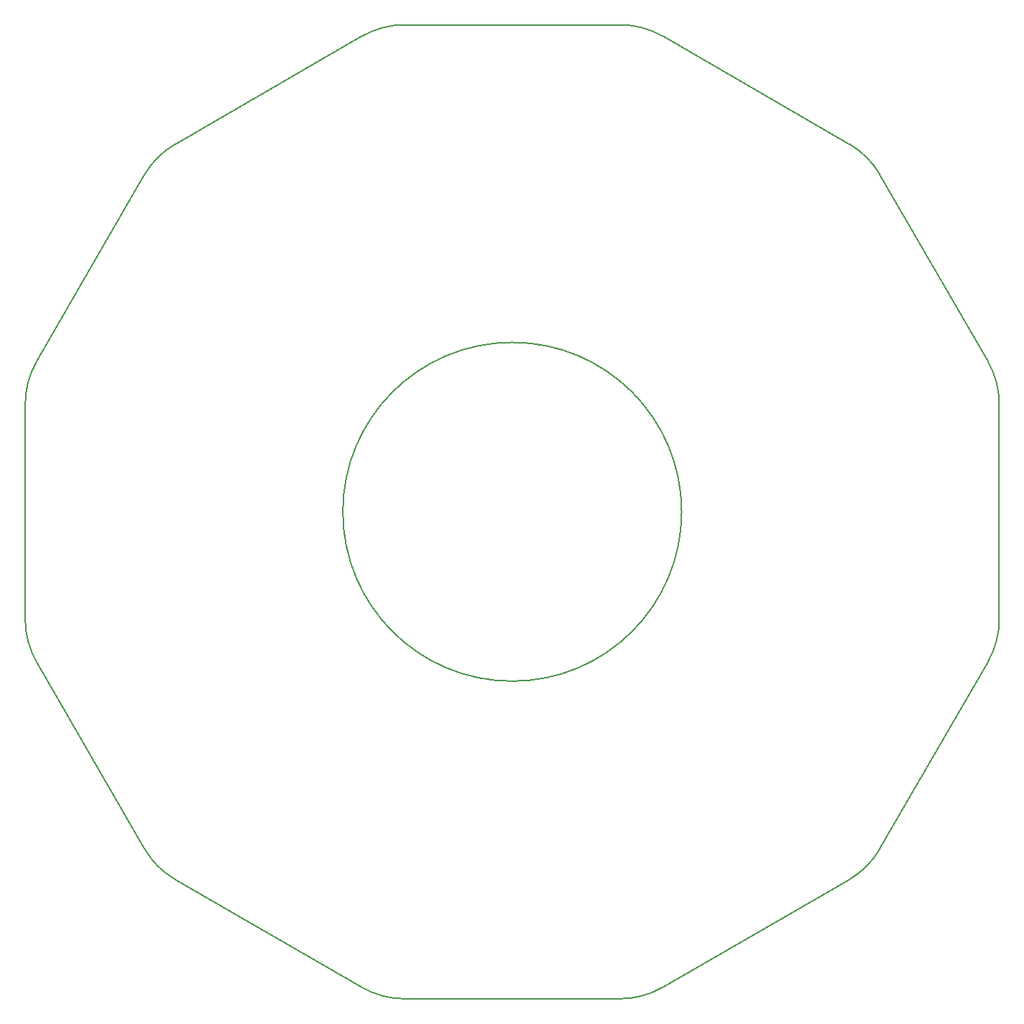
<source format=gbr>
%TF.GenerationSoftware,KiCad,Pcbnew,8.0.0*%
%TF.CreationDate,2024-06-13T18:26:09-04:00*%
%TF.ProjectId,PDB,5044422e-6b69-4636-9164-5f7063625858,rev?*%
%TF.SameCoordinates,Original*%
%TF.FileFunction,Profile,NP*%
%FSLAX46Y46*%
G04 Gerber Fmt 4.6, Leading zero omitted, Abs format (unit mm)*
G04 Created by KiCad (PCBNEW 8.0.0) date 2024-06-13 18:26:09*
%MOMM*%
%LPD*%
G01*
G04 APERTURE LIST*
%TA.AperFunction,Profile*%
%ADD10C,0.200000*%
%TD*%
G04 APERTURE END LIST*
D10*
X99400000Y-49655174D02*
G75*
G02*
X103060269Y-45994946I8660200J-5000026D01*
G01*
X160560253Y-145587841D02*
X182605080Y-132860254D01*
X85332667Y-76700001D02*
X85332667Y-102155173D01*
X130105081Y-146927587D02*
G75*
G02*
X125105075Y-145587851I-81J9999787D01*
G01*
X182605080Y-45994920D02*
X160560253Y-33267333D01*
X85332667Y-76700001D02*
G75*
G02*
X86672409Y-71699999I10000033J1D01*
G01*
X86672413Y-107155173D02*
G75*
G02*
X85332685Y-102155173I8660287J4999973D01*
G01*
X200332667Y-102155173D02*
X200332667Y-76700001D01*
X130105081Y-146927587D02*
X155560253Y-146927587D01*
X160560253Y-145587840D02*
G75*
G02*
X155560253Y-146927601I-5000053J8660340D01*
G01*
X155560253Y-31927587D02*
G75*
G02*
X160560266Y-33267311I47J-10000013D01*
G01*
X155560253Y-31927587D02*
X130105081Y-31927587D01*
X125105082Y-33267335D02*
G75*
G02*
X130105081Y-31927595I5000018J-8660365D01*
G01*
X186265334Y-129200000D02*
X198992921Y-107155173D01*
X125105081Y-33267333D02*
X103060254Y-45994920D01*
X103060254Y-132860253D02*
G75*
G02*
X99399984Y-129200009I4999946J8660253D01*
G01*
X103060254Y-132860254D02*
X125105081Y-145587841D01*
X182605080Y-45994920D02*
G75*
G02*
X186265349Y-49655166I-5000080J-8660380D01*
G01*
X86672413Y-107155173D02*
X99400000Y-129200000D01*
X198992921Y-71700001D02*
X186265334Y-49655174D01*
X200332667Y-102155173D02*
G75*
G02*
X198992929Y-107155178I-9999967J-27D01*
G01*
X198992920Y-71700001D02*
G75*
G02*
X200332680Y-76700001I-8660520J-5000099D01*
G01*
X99400000Y-49655174D02*
X86672413Y-71700001D01*
X162832667Y-89427587D02*
G75*
G02*
X122832667Y-89427587I-20000000J0D01*
G01*
X122832667Y-89427587D02*
G75*
G02*
X162832667Y-89427587I20000000J0D01*
G01*
X186265333Y-129200000D02*
G75*
G02*
X182605076Y-132860247I-8660233J5000000D01*
G01*
M02*

</source>
